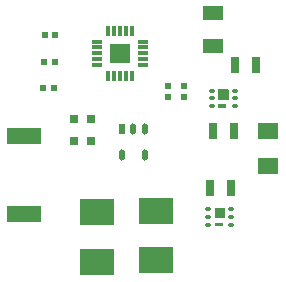
<source format=gbr>
G04*
G04 #@! TF.GenerationSoftware,Altium Limited,Altium Designer,23.10.1 (27)*
G04*
G04 Layer_Color=128*
%FSLAX42Y42*%
%MOMM*%
G71*
G04*
G04 #@! TF.SameCoordinates,D788F153-7B32-47A3-9728-DC68925F5BF0*
G04*
G04*
G04 #@! TF.FilePolarity,Positive*
G04*
G01*
G75*
G04:AMPARAMS|DCode=19|XSize=0.55mm|YSize=0.5mm|CornerRadius=0.06mm|HoleSize=0mm|Usage=FLASHONLY|Rotation=90.000|XOffset=0mm|YOffset=0mm|HoleType=Round|Shape=RoundedRectangle|*
%AMROUNDEDRECTD19*
21,1,0.55,0.38,0,0,90.0*
21,1,0.43,0.50,0,0,90.0*
1,1,0.13,0.19,0.21*
1,1,0.13,0.19,-0.21*
1,1,0.13,-0.19,-0.21*
1,1,0.13,-0.19,0.21*
%
%ADD19ROUNDEDRECTD19*%
G04:AMPARAMS|DCode=69|XSize=0.45mm|YSize=0.3mm|CornerRadius=0.06mm|HoleSize=0mm|Usage=FLASHONLY|Rotation=180.000|XOffset=0mm|YOffset=0mm|HoleType=Round|Shape=RoundedRectangle|*
%AMROUNDEDRECTD69*
21,1,0.45,0.18,0,0,180.0*
21,1,0.33,0.30,0,0,180.0*
1,1,0.12,-0.17,0.09*
1,1,0.12,0.17,0.09*
1,1,0.12,0.17,-0.09*
1,1,0.12,-0.17,-0.09*
%
%ADD69ROUNDEDRECTD69*%
%ADD72R,1.75X1.15*%
%ADD73R,2.90X2.25*%
%ADD74R,2.90X1.45*%
G04:AMPARAMS|DCode=76|XSize=0.89mm|YSize=0.26mm|CornerRadius=0.03mm|HoleSize=0mm|Usage=FLASHONLY|Rotation=90.000|XOffset=0mm|YOffset=0mm|HoleType=Round|Shape=RoundedRectangle|*
%AMROUNDEDRECTD76*
21,1,0.89,0.20,0,0,90.0*
21,1,0.83,0.26,0,0,90.0*
1,1,0.07,0.10,0.41*
1,1,0.07,0.10,-0.41*
1,1,0.07,-0.10,-0.41*
1,1,0.07,-0.10,0.41*
%
%ADD76ROUNDEDRECTD76*%
G04:AMPARAMS|DCode=77|XSize=0.89mm|YSize=0.26mm|CornerRadius=0.03mm|HoleSize=0mm|Usage=FLASHONLY|Rotation=180.000|XOffset=0mm|YOffset=0mm|HoleType=Round|Shape=RoundedRectangle|*
%AMROUNDEDRECTD77*
21,1,0.89,0.20,0,0,180.0*
21,1,0.83,0.26,0,0,180.0*
1,1,0.07,-0.41,0.10*
1,1,0.07,0.41,0.10*
1,1,0.07,0.41,-0.10*
1,1,0.07,-0.41,-0.10*
%
%ADD77ROUNDEDRECTD77*%
G04:AMPARAMS|DCode=78|XSize=0.55mm|YSize=0.5mm|CornerRadius=0.06mm|HoleSize=0mm|Usage=FLASHONLY|Rotation=0.000|XOffset=0mm|YOffset=0mm|HoleType=Round|Shape=RoundedRectangle|*
%AMROUNDEDRECTD78*
21,1,0.55,0.38,0,0,0.0*
21,1,0.43,0.50,0,0,0.0*
1,1,0.13,0.21,-0.19*
1,1,0.13,-0.21,-0.19*
1,1,0.13,-0.21,0.19*
1,1,0.13,0.21,0.19*
%
%ADD78ROUNDEDRECTD78*%
G04:AMPARAMS|DCode=79|XSize=1.3mm|YSize=0.76mm|CornerRadius=0.1mm|HoleSize=0mm|Usage=FLASHONLY|Rotation=90.000|XOffset=0mm|YOffset=0mm|HoleType=Round|Shape=RoundedRectangle|*
%AMROUNDEDRECTD79*
21,1,1.30,0.57,0,0,90.0*
21,1,1.11,0.76,0,0,90.0*
1,1,0.19,0.28,0.56*
1,1,0.19,0.28,-0.56*
1,1,0.19,-0.28,-0.56*
1,1,0.19,-0.28,0.56*
%
%ADD79ROUNDEDRECTD79*%
G04:AMPARAMS|DCode=80|XSize=0.94mm|YSize=0.49mm|CornerRadius=0.24mm|HoleSize=0mm|Usage=FLASHONLY|Rotation=270.000|XOffset=0mm|YOffset=0mm|HoleType=Round|Shape=RoundedRectangle|*
%AMROUNDEDRECTD80*
21,1,0.94,0.00,0,0,270.0*
21,1,0.45,0.49,0,0,270.0*
1,1,0.49,0.00,-0.23*
1,1,0.49,0.00,0.23*
1,1,0.49,0.00,0.23*
1,1,0.49,0.00,-0.23*
%
%ADD80ROUNDEDRECTD80*%
G04:AMPARAMS|DCode=81|XSize=0.76mm|YSize=0.66mm|CornerRadius=0.08mm|HoleSize=0mm|Usage=FLASHONLY|Rotation=90.000|XOffset=0mm|YOffset=0mm|HoleType=Round|Shape=RoundedRectangle|*
%AMROUNDEDRECTD81*
21,1,0.76,0.50,0,0,90.0*
21,1,0.59,0.66,0,0,90.0*
1,1,0.17,0.25,0.30*
1,1,0.17,0.25,-0.30*
1,1,0.17,-0.25,-0.30*
1,1,0.17,-0.25,0.30*
%
%ADD81ROUNDEDRECTD81*%
%ADD82R,0.49X0.94*%
%ADD83R,1.81X1.36*%
G36*
X528Y1727D02*
X527Y1727D01*
X527Y1727D01*
X527Y1727D01*
X527Y1727D01*
X526Y1727D01*
X526Y1727D01*
X526Y1727D01*
X526Y1727D01*
X525Y1727D01*
X525Y1727D01*
X525Y1727D01*
X525Y1726D01*
X525Y1726D01*
X524Y1726D01*
X524Y1726D01*
X524Y1726D01*
X524Y1725D01*
X524Y1725D01*
X524Y1725D01*
X523Y1725D01*
X523Y1725D01*
X523Y1724D01*
X523Y1724D01*
X523Y1724D01*
X523Y1724D01*
X523Y1723D01*
X523Y1723D01*
X523Y1723D01*
X523Y1723D01*
Y1703D01*
X523Y1703D01*
X523Y1703D01*
X523Y1703D01*
X523Y1702D01*
X523Y1702D01*
X523Y1702D01*
X523Y1702D01*
X523Y1701D01*
X523Y1701D01*
X524Y1701D01*
X524Y1701D01*
X524Y1701D01*
X524Y1700D01*
X524Y1700D01*
X524Y1700D01*
X525Y1700D01*
X525Y1700D01*
X525Y1699D01*
X525Y1699D01*
X525Y1699D01*
X526Y1699D01*
X526Y1699D01*
X526Y1699D01*
X526Y1699D01*
X527Y1699D01*
X527Y1699D01*
X527Y1699D01*
X527Y1699D01*
X528Y1699D01*
X528Y1699D01*
X588D01*
X588Y1699D01*
X588Y1699D01*
X589Y1699D01*
X589Y1699D01*
X589Y1699D01*
X589Y1699D01*
X590Y1699D01*
X590Y1699D01*
X590Y1699D01*
X590Y1699D01*
X591Y1699D01*
X591Y1699D01*
X591Y1700D01*
X591Y1700D01*
X591Y1700D01*
X592Y1700D01*
X592Y1700D01*
X592Y1701D01*
X592Y1701D01*
X592Y1701D01*
X592Y1701D01*
X592Y1701D01*
X593Y1702D01*
X593Y1702D01*
X593Y1702D01*
X593Y1702D01*
X593Y1703D01*
X593Y1703D01*
X593Y1703D01*
X593Y1703D01*
Y1723D01*
X593Y1723D01*
X593Y1723D01*
X593Y1723D01*
X593Y1724D01*
X593Y1724D01*
X593Y1724D01*
X593Y1724D01*
X592Y1725D01*
X592Y1725D01*
X592Y1725D01*
X592Y1725D01*
X592Y1725D01*
X592Y1726D01*
X592Y1726D01*
X591Y1726D01*
X591Y1726D01*
X591Y1726D01*
X591Y1727D01*
X591Y1727D01*
X590Y1727D01*
X590Y1727D01*
X590Y1727D01*
X590Y1727D01*
X589Y1727D01*
X589Y1727D01*
X589Y1727D01*
X589Y1727D01*
X588Y1727D01*
X588Y1727D01*
X588Y1727D01*
X528D01*
X528Y1727D01*
D02*
G37*
G36*
X527Y1853D02*
X527Y1853D01*
X527Y1853D01*
X526Y1853D01*
X526Y1853D01*
X526Y1853D01*
X526Y1853D01*
X525Y1853D01*
X525Y1853D01*
X525Y1853D01*
X525Y1853D01*
X524Y1853D01*
X524Y1852D01*
X524Y1852D01*
X524Y1852D01*
X524Y1852D01*
X524Y1852D01*
X523Y1851D01*
X523Y1851D01*
X523Y1851D01*
X523Y1851D01*
X523Y1851D01*
X523Y1850D01*
X523Y1850D01*
X523Y1850D01*
X523Y1850D01*
X522Y1849D01*
X522Y1849D01*
X522Y1849D01*
X522Y1849D01*
Y1773D01*
X522Y1772D01*
X522Y1772D01*
X522Y1772D01*
X523Y1771D01*
X523Y1771D01*
X523Y1771D01*
X523Y1771D01*
X523Y1770D01*
X523Y1770D01*
X523Y1770D01*
X523Y1770D01*
X523Y1770D01*
X524Y1769D01*
X524Y1769D01*
X524Y1769D01*
X524Y1769D01*
X524Y1769D01*
X524Y1768D01*
X525Y1768D01*
X525Y1768D01*
X525Y1768D01*
X525Y1768D01*
X526Y1768D01*
X526Y1768D01*
X526Y1768D01*
X526Y1768D01*
X527Y1768D01*
X527Y1768D01*
X527Y1768D01*
X527Y1767D01*
X607D01*
X608Y1768D01*
X608Y1768D01*
X608Y1768D01*
X608Y1768D01*
X609Y1768D01*
X609Y1768D01*
X609Y1768D01*
X609Y1768D01*
X610Y1768D01*
X610Y1768D01*
X610Y1768D01*
X610Y1768D01*
X611Y1769D01*
X611Y1769D01*
X611Y1769D01*
X611Y1769D01*
X611Y1769D01*
X611Y1770D01*
X612Y1770D01*
X612Y1770D01*
X612Y1770D01*
X612Y1770D01*
X612Y1771D01*
X612Y1771D01*
X612Y1771D01*
X612Y1771D01*
X612Y1772D01*
X612Y1772D01*
X612Y1772D01*
X612Y1773D01*
Y1849D01*
X612Y1849D01*
X612Y1849D01*
X612Y1849D01*
X612Y1850D01*
X612Y1850D01*
X612Y1850D01*
X612Y1850D01*
X612Y1851D01*
X612Y1851D01*
X612Y1851D01*
X612Y1851D01*
X611Y1851D01*
X611Y1852D01*
X611Y1852D01*
X611Y1852D01*
X611Y1852D01*
X611Y1852D01*
X610Y1853D01*
X610Y1853D01*
X610Y1853D01*
X610Y1853D01*
X609Y1853D01*
X609Y1853D01*
X609Y1853D01*
X609Y1853D01*
X608Y1853D01*
X608Y1853D01*
X608Y1853D01*
X608Y1853D01*
X607Y1853D01*
X527D01*
X527Y1853D01*
D02*
G37*
G36*
X-197Y3080D02*
X-361D01*
Y3244D01*
X-197D01*
Y3080D01*
D02*
G37*
G36*
X637Y2857D02*
X637Y2857D01*
X638Y2857D01*
X638Y2857D01*
X638Y2857D01*
X638Y2857D01*
X639Y2856D01*
X639Y2856D01*
X639Y2856D01*
X639Y2856D01*
X640Y2856D01*
X640Y2856D01*
X640Y2856D01*
X640Y2856D01*
X640Y2855D01*
X641Y2855D01*
X641Y2855D01*
X641Y2855D01*
X641Y2855D01*
X641Y2854D01*
X641Y2854D01*
X641Y2854D01*
X642Y2854D01*
X642Y2853D01*
X642Y2853D01*
X642Y2853D01*
X642Y2853D01*
X642Y2852D01*
X642Y2852D01*
X642Y2852D01*
Y2776D01*
X642Y2776D01*
X642Y2775D01*
X642Y2775D01*
X642Y2775D01*
X642Y2775D01*
X642Y2774D01*
X642Y2774D01*
X641Y2774D01*
X641Y2774D01*
X641Y2773D01*
X641Y2773D01*
X641Y2773D01*
X641Y2773D01*
X641Y2772D01*
X640Y2772D01*
X640Y2772D01*
X640Y2772D01*
X640Y2772D01*
X640Y2772D01*
X639Y2771D01*
X639Y2771D01*
X639Y2771D01*
X639Y2771D01*
X638Y2771D01*
X638Y2771D01*
X638Y2771D01*
X638Y2771D01*
X637Y2771D01*
X637Y2771D01*
X637Y2771D01*
X557D01*
X557Y2771D01*
X556Y2771D01*
X556Y2771D01*
X556Y2771D01*
X556Y2771D01*
X555Y2771D01*
X555Y2771D01*
X555Y2771D01*
X555Y2771D01*
X554Y2771D01*
X554Y2772D01*
X554Y2772D01*
X554Y2772D01*
X554Y2772D01*
X553Y2772D01*
X553Y2772D01*
X553Y2773D01*
X553Y2773D01*
X553Y2773D01*
X553Y2773D01*
X552Y2774D01*
X552Y2774D01*
X552Y2774D01*
X552Y2774D01*
X552Y2775D01*
X552Y2775D01*
X552Y2775D01*
X552Y2775D01*
X552Y2776D01*
X552Y2776D01*
Y2852D01*
X552Y2852D01*
X552Y2852D01*
X552Y2853D01*
X552Y2853D01*
X552Y2853D01*
X552Y2853D01*
X552Y2854D01*
X552Y2854D01*
X552Y2854D01*
X553Y2854D01*
X553Y2855D01*
X553Y2855D01*
X553Y2855D01*
X553Y2855D01*
X553Y2855D01*
X554Y2856D01*
X554Y2856D01*
X554Y2856D01*
X554Y2856D01*
X554Y2856D01*
X555Y2856D01*
X555Y2856D01*
X555Y2856D01*
X555Y2857D01*
X556Y2857D01*
X556Y2857D01*
X556Y2857D01*
X556Y2857D01*
X557Y2857D01*
X557Y2857D01*
X637D01*
X637Y2857D01*
D02*
G37*
G36*
X618Y2731D02*
X618Y2731D01*
X618Y2731D01*
X618Y2731D01*
X619Y2731D01*
X619Y2731D01*
X619Y2730D01*
X619Y2730D01*
X620Y2730D01*
X620Y2730D01*
X620Y2730D01*
X620Y2730D01*
X621Y2730D01*
X621Y2730D01*
X621Y2729D01*
X621Y2729D01*
X621Y2729D01*
X621Y2729D01*
X622Y2729D01*
X622Y2728D01*
X622Y2728D01*
X622Y2728D01*
X622Y2728D01*
X622Y2727D01*
X622Y2727D01*
X622Y2727D01*
X622Y2727D01*
X622Y2726D01*
X622Y2726D01*
X622Y2726D01*
Y2707D01*
X622Y2707D01*
X622Y2706D01*
X622Y2706D01*
X622Y2706D01*
X622Y2706D01*
X622Y2705D01*
X622Y2705D01*
X622Y2705D01*
X622Y2705D01*
X622Y2704D01*
X622Y2704D01*
X621Y2704D01*
X621Y2704D01*
X621Y2703D01*
X621Y2703D01*
X621Y2703D01*
X621Y2703D01*
X620Y2703D01*
X620Y2703D01*
X620Y2702D01*
X620Y2702D01*
X619Y2702D01*
X619Y2702D01*
X619Y2702D01*
X619Y2702D01*
X618Y2702D01*
X618Y2702D01*
X618Y2702D01*
X618Y2702D01*
X617Y2702D01*
X557D01*
X557Y2702D01*
X557Y2702D01*
X557Y2702D01*
X556Y2702D01*
X556Y2702D01*
X556Y2702D01*
X556Y2702D01*
X555Y2702D01*
X555Y2702D01*
X555Y2702D01*
X555Y2703D01*
X554Y2703D01*
X554Y2703D01*
X554Y2703D01*
X554Y2703D01*
X554Y2703D01*
X554Y2704D01*
X553Y2704D01*
X553Y2704D01*
X553Y2704D01*
X553Y2705D01*
X553Y2705D01*
X553Y2705D01*
X553Y2705D01*
X553Y2706D01*
X553Y2706D01*
X552Y2706D01*
X552Y2706D01*
X552Y2707D01*
X552Y2707D01*
Y2726D01*
X552Y2726D01*
X552Y2726D01*
X552Y2727D01*
X553Y2727D01*
X553Y2727D01*
X553Y2727D01*
X553Y2728D01*
X553Y2728D01*
X553Y2728D01*
X553Y2728D01*
X553Y2729D01*
X553Y2729D01*
X554Y2729D01*
X554Y2729D01*
X554Y2729D01*
X554Y2730D01*
X554Y2730D01*
X554Y2730D01*
X555Y2730D01*
X555Y2730D01*
X555Y2730D01*
X555Y2730D01*
X556Y2730D01*
X556Y2731D01*
X556Y2731D01*
X556Y2731D01*
X557Y2731D01*
X557Y2731D01*
X557Y2731D01*
X557Y2731D01*
X617D01*
X618Y2731D01*
D02*
G37*
D19*
X-838Y2870D02*
D03*
X-928D02*
D03*
X-831Y3086D02*
D03*
X-921D02*
D03*
X-915Y3315D02*
D03*
X-826D02*
D03*
D69*
X665Y1843D02*
D03*
Y1778D02*
D03*
X470Y1713D02*
D03*
Y1778D02*
D03*
Y1843D02*
D03*
X665Y1713D02*
D03*
X694Y2846D02*
D03*
Y2781D02*
D03*
X499D02*
D03*
Y2846D02*
D03*
X694Y2716D02*
D03*
X499D02*
D03*
D72*
X508Y3225D02*
D03*
Y3505D02*
D03*
D73*
X-470Y1396D02*
D03*
Y1816D02*
D03*
X25Y1829D02*
D03*
Y1409D02*
D03*
D74*
X-1092Y1799D02*
D03*
Y2464D02*
D03*
D76*
X-179Y2971D02*
D03*
X-229D02*
D03*
X-279D02*
D03*
X-379D02*
D03*
X-329Y3353D02*
D03*
X-279D02*
D03*
X-229D02*
D03*
X-179D02*
D03*
X-329Y2971D02*
D03*
X-379Y3353D02*
D03*
D77*
X-88Y3212D02*
D03*
Y3162D02*
D03*
Y3112D02*
D03*
Y3062D02*
D03*
X-470D02*
D03*
Y3112D02*
D03*
Y3212D02*
D03*
Y3262D02*
D03*
X-88D02*
D03*
X-470Y3162D02*
D03*
D78*
X127Y2793D02*
D03*
Y2883D02*
D03*
X267Y2793D02*
D03*
Y2883D02*
D03*
D79*
X481Y2019D02*
D03*
X660D02*
D03*
X507Y2502D02*
D03*
X686D02*
D03*
X697Y3061D02*
D03*
X876D02*
D03*
D80*
X-260Y2301D02*
D03*
X-70D02*
D03*
Y2525D02*
D03*
X-165D02*
D03*
D81*
X-527Y2421D02*
D03*
X-667D02*
D03*
X-527Y2603D02*
D03*
X-667D02*
D03*
D82*
X-260Y2525D02*
D03*
D83*
X978Y2207D02*
D03*
Y2502D02*
D03*
M02*

</source>
